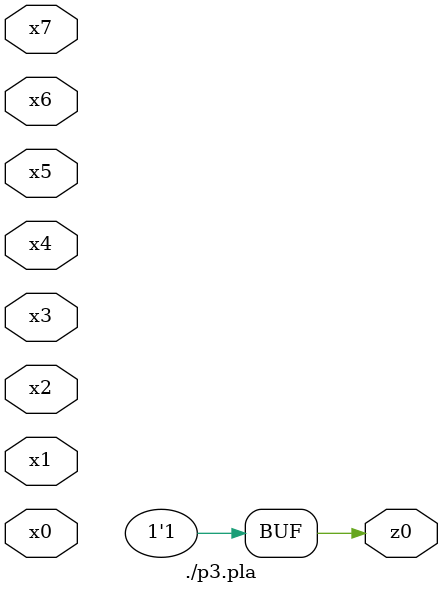
<source format=v>

module \./p3.pla  ( 
    x0, x1, x2, x3, x4, x5, x6, x7,
    z0  );
  input  x0, x1, x2, x3, x4, x5, x6, x7;
  output z0;
  assign z0 = 1'b1;
endmodule



</source>
